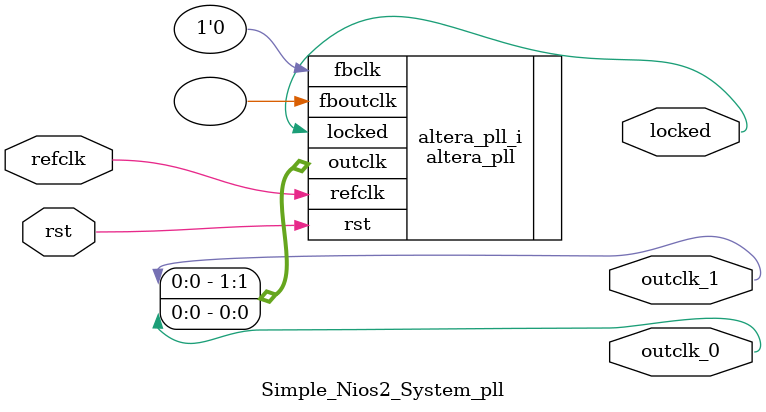
<source format=v>
`timescale 1ns/10ps
module  Simple_Nios2_System_pll(

	// interface 'refclk'
	input wire refclk,

	// interface 'reset'
	input wire rst,

	// interface 'outclk0'
	output wire outclk_0,

	// interface 'outclk1'
	output wire outclk_1,

	// interface 'locked'
	output wire locked
);

	altera_pll #(
		.fractional_vco_multiplier("false"),
		.reference_clock_frequency("50.0 MHz"),
		.operation_mode("direct"),
		.number_of_clocks(2),
		.output_clock_frequency0("50.000000 MHz"),
		.phase_shift0("3000 ps"),
		.duty_cycle0(50),
		.output_clock_frequency1("50.000000 MHz"),
		.phase_shift1("0 ps"),
		.duty_cycle1(50),
		.output_clock_frequency2("0 MHz"),
		.phase_shift2("0 ps"),
		.duty_cycle2(50),
		.output_clock_frequency3("0 MHz"),
		.phase_shift3("0 ps"),
		.duty_cycle3(50),
		.output_clock_frequency4("0 MHz"),
		.phase_shift4("0 ps"),
		.duty_cycle4(50),
		.output_clock_frequency5("0 MHz"),
		.phase_shift5("0 ps"),
		.duty_cycle5(50),
		.output_clock_frequency6("0 MHz"),
		.phase_shift6("0 ps"),
		.duty_cycle6(50),
		.output_clock_frequency7("0 MHz"),
		.phase_shift7("0 ps"),
		.duty_cycle7(50),
		.output_clock_frequency8("0 MHz"),
		.phase_shift8("0 ps"),
		.duty_cycle8(50),
		.output_clock_frequency9("0 MHz"),
		.phase_shift9("0 ps"),
		.duty_cycle9(50),
		.output_clock_frequency10("0 MHz"),
		.phase_shift10("0 ps"),
		.duty_cycle10(50),
		.output_clock_frequency11("0 MHz"),
		.phase_shift11("0 ps"),
		.duty_cycle11(50),
		.output_clock_frequency12("0 MHz"),
		.phase_shift12("0 ps"),
		.duty_cycle12(50),
		.output_clock_frequency13("0 MHz"),
		.phase_shift13("0 ps"),
		.duty_cycle13(50),
		.output_clock_frequency14("0 MHz"),
		.phase_shift14("0 ps"),
		.duty_cycle14(50),
		.output_clock_frequency15("0 MHz"),
		.phase_shift15("0 ps"),
		.duty_cycle15(50),
		.output_clock_frequency16("0 MHz"),
		.phase_shift16("0 ps"),
		.duty_cycle16(50),
		.output_clock_frequency17("0 MHz"),
		.phase_shift17("0 ps"),
		.duty_cycle17(50),
		.pll_type("General"),
		.pll_subtype("General")
	) altera_pll_i (
		.rst	(rst),
		.outclk	({outclk_1, outclk_0}),
		.locked	(locked),
		.fboutclk	( ),
		.fbclk	(1'b0),
		.refclk	(refclk)
	);
endmodule


</source>
